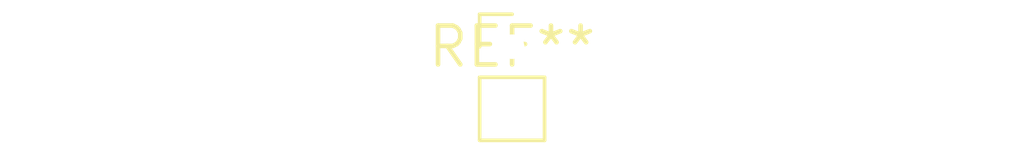
<source format=kicad_pcb>
(kicad_pcb (version 20240108) (generator pcbnew)
  (layers (0 "F.Cu" signal) (31 "B.Cu" signal) (34 "B.Paste" user) (35 "F.Paste" user) (36 "B.SilkS" user "B.Silkscreen") (37 "F.SilkS" user "F.Silkscreen") (38 "B.Mask" user) (39 "F.Mask" user) (44 "Edge.Cuts" user))
  (net 0 "")
  (footprint "PinHeader_1x02_P2.00mm_Vertical" (layer "F.Cu") (at 0 0)
    (property "Reference" "REF**")
    (property "Value" "PinHeader_1x02_P2.00mm_Vertical")
    (fp_line (start -1.06 -1.06) (end 0 -1.06) (layer "F.SilkS") (stroke (width 0.12)))
    (fp_line (start -1.06 0) (end -1.06 -1.06) (layer "F.SilkS") (stroke (width 0.12)))
    (fp_line (start -1.06 1) (end -1.06 3.06) (layer "F.SilkS") (stroke (width 0.12)))
    (fp_line (start -1.06 1) (end 1.06 1) (layer "F.SilkS") (stroke (width 0.12)))
    (fp_line (start -1.06 3.06) (end 1.06 3.06) (layer "F.SilkS") (stroke (width 0.12)))
    (fp_line (start 1.06 1) (end 1.06 3.06) (layer "F.SilkS") (stroke (width 0.12)))
    (pad "1" thru_hole rect (at 0 0) (size 1.35 1.35) (drill 0.8) (layers *.Cu *.Mask) (remove_unused_layers))
    (pad "2" thru_hole oval (at 0 2) (size 1.35 1.35) (drill 0.8) (layers *.Cu *.Mask) (remove_unused_layers))
  )
)
</source>
